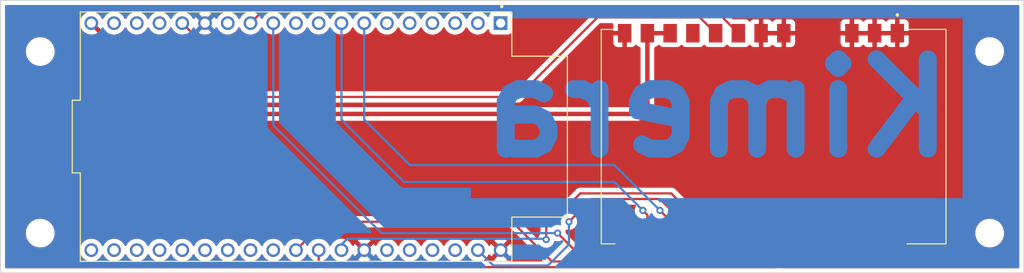
<source format=kicad_pcb>
(kicad_pcb (version 20211014) (generator pcbnew)
  (layers (0 "F.Cu" signal) (31 "B.Cu" signal) (34 "B.Paste" user) (35 "F.Paste" user) (36 "B.SilkS" user "B.Silkscreen") (37 "F.SilkS" user "F.Silkscreen") (38 "B.Mask" user) (39 "F.Mask" user) (44 "Edge.Cuts" user))
  (net 0 "")
  (net 7 "Net-(U1-Pad7)")
  (net 8 "Net-(U1-Pad8)")
  (net 11 "Net-(U1-Pad11)")
  (net 12 "Net-(U1-Pad12)")
  (net 14 "GND")
  (net 15 "Net-(U1-Pad15)")
  (net 19 "Net-(U1-Pad19)")
  (net 29 "Net-(U1-Pad29)")
  (net 30 "Net-(U1-Pad30)")
  (net 31 "Net-(U1-Pad31)")
  (net 36 "Net-(U1-Pad37)")
  (footprint "MountingHole:MountingHole_2.2mm_M2" (layer "F.Cu") (at 199.39 92.075)
    (fp_text reference "REF**" hide)
    (fp_text value "MountingHole_2.2mm_M2" hide)
    (pad "" np_thru_hole circle (at 0 0) (size 2.2 2.2) (drill 2.2) (layers *.Cu *.Mask))
  )
  (footprint "E22:XCVR_E22-900M30S" (layer "F.Cu") (at 175.26 101.6 90)
    (fp_text reference "U2" hide)
    (fp_text value "E22-900M30S")
    (fp_line (start 12 19.25) (end 12 14.895) (layer "F.SilkS") (width 0.127))
    (fp_line (start -12 19.25) (end -12 14.895) (layer "F.SilkS") (width 0.127))
    (fp_line (start -12 -19.25) (end 12 -19.25) (layer "F.SilkS") (width 0.127))
    (fp_line (start 12 -19.25) (end 12 -17.715) (layer "F.SilkS") (width 0.127))
    (fp_line (start -12 -17.715) (end -12 -19.25) (layer "F.SilkS") (width 0.127))
    (fp_line (start 12 19.25) (end -12 19.25) (layer "F.SilkS") (width 0.127))
    (fp_circle (center 13.615 13.82) (end 13.715 13.82) (layer "F.SilkS") (width 0.2) (fill none))
    (pad "1" smd rect locked (at 11.575 13.82 90) (size 2.08 1.51) (layers "F.Cu" "F.Paste" "F.Mask") (net 14 "GND"))
    (pad "2" smd rect locked (at 11.575 11.28 90) (size 2.08 1.51) (layers "F.Cu" "F.Paste" "F.Mask") (net 14 "GND"))
    (pad "3" smd rect locked (at 11.575 8.74 90) (size 2.08 1.51) (layers "F.Cu" "F.Paste" "F.Mask") (net 14 "GND"))
    (pad "4" smd rect locked (at 11.575 1.14 90) (size 2.08 1.51) (layers "F.Cu" "F.Paste" "F.Mask") (net 14 "GND"))
    (pad "5" smd rect locked (at 11.575 -1.4 90) (size 2.08 1.51) (layers "F.Cu" "F.Paste" "F.Mask") (net 14 "GND"))
    (pad "6" smd rect locked (at 11.575 -3.94 90) (size 2.08 1.51) (layers "F.Cu" "F.Paste" "F.Mask") (net 12 "Net-(U1-Pad12)"))
    (pad "7" smd rect locked (at 11.575 -6.48 90) (size 2.08 1.51) (layers "F.Cu" "F.Paste" "F.Mask") (net 15 "Net-(U1-Pad15)"))
    (pad "8" smd rect locked (at 11.575 -9.02 90) (size 2.08 1.51) (layers "F.Cu" "F.Paste" "F.Mask"))
    (pad "9" smd rect locked (at 11.575 -11.56 90) (size 2.08 1.51) (layers "F.Cu" "F.Paste" "F.Mask") (net 19 "Net-(U1-Pad19)"))
    (pad "10" smd rect locked (at 11.575 -14.1 90) (size 2.08 1.51) (layers "F.Cu" "F.Paste" "F.Mask") (net 19 "Net-(U1-Pad19)"))
    (pad "11" smd rect locked (at 11.575 -16.64 90) (size 2.08 1.51) (layers "F.Cu" "F.Paste" "F.Mask") (net 14 "GND"))
    (pad "12" smd rect locked (at -11.575 -16.64 90) (size 2.08 1.51) (layers "F.Cu" "F.Paste" "F.Mask") (net 14 "GND"))
    (pad "13" smd rect locked (at -11.575 -14.1 90) (size 2.08 1.51) (layers "F.Cu" "F.Paste" "F.Mask") (net 8 "Net-(U1-Pad8)"))
    (pad "14" smd rect locked (at -11.575 -11.56 90) (size 2.08 1.51) (layers "F.Cu" "F.Paste" "F.Mask") (net 7 "Net-(U1-Pad7)"))
    (pad "15" smd rect locked (at -11.575 -9.02 90) (size 2.08 1.51) (layers "F.Cu" "F.Paste" "F.Mask") (net 36 "Net-(U1-Pad37)"))
    (pad "16" smd rect locked (at -11.575 -6.48 90) (size 2.08 1.51) (layers "F.Cu" "F.Paste" "F.Mask") (net 31 "Net-(U1-Pad31)"))
    (pad "17" smd rect locked (at -11.575 -3.94 90) (size 2.08 1.51) (layers "F.Cu" "F.Paste" "F.Mask") (net 11 "Net-(U1-Pad11)"))
    (pad "18" smd rect locked (at -11.575 -1.4 90) (size 2.08 1.51) (layers "F.Cu" "F.Paste" "F.Mask") (net 29 "Net-(U1-Pad29)"))
    (pad "19" smd rect locked (at -11.575 1.14 90) (size 2.08 1.51) (layers "F.Cu" "F.Paste" "F.Mask") (net 30 "Net-(U1-Pad30)"))
    (pad "20" smd rect locked (at -11.575 8.74 90) (size 2.08 1.51) (layers "F.Cu" "F.Paste" "F.Mask") (net 14 "GND"))
    (pad "21" smd rect locked (at -11.575 11.28 90) (size 2.08 1.51) (layers "F.Cu" "F.Paste" "F.Mask"))
    (pad "22" smd rect locked (at -11.575 13.82 90) (size 2.08 1.51) (layers "F.Cu" "F.Paste" "F.Mask") (net 14 "GND"))
  )
  (footprint "MountingHole:MountingHole_2.2mm_M2" (layer "F.Cu") (at 93.345 112.395)
    (fp_text reference "REF**" hide)
    (fp_text value "MountingHole_2.2mm_M2" hide)
    (pad "" np_thru_hole circle (at 0 0) (size 2.2 2.2) (drill 2.2) (layers *.Cu *.Mask))
  )
  (footprint "MountingHole:MountingHole_2.2mm_M2" (layer "F.Cu") (at 199.39 112.395)
    (fp_text reference "REF**" hide)
    (fp_text value "MountingHole_2.2mm_M2" hide)
    (pad "" np_thru_hole circle (at 0 0) (size 2.2 2.2) (drill 2.2) (layers *.Cu *.Mask))
  )
  (footprint "MountingHole:MountingHole_2.2mm_M2" (layer "F.Cu") (at 93.345 92.075)
    (fp_text reference "REF**" hide)
    (fp_text value "MountingHole_2.2mm_M2" hide)
    (pad "" np_thru_hole circle (at 0 0) (size 2.2 2.2) (drill 2.2) (layers *.Cu *.Mask))
  )
  (footprint "ESP32-DEVKITC:MODULE_ESP32-DEVKITC" (layer "F.Cu") (at 121.92 101.6 -90)
    (fp_text reference "U1" hide)
    (fp_text value "ESP32-DEVKITC")
    (fp_line (start -9 -24.1) (end -13.95 -24.1) (layer "F.SilkS") (width 0.127))
    (fp_line (start 4.06 24.1) (end 13.95 24.1) (layer "F.SilkS") (width 0.127))
    (fp_line (start 9 -30.3) (end 9 -24.1) (layer "F.SilkS") (width 0.127))
    (fp_line (start -4.07 24.1) (end -4.07 25) (layer "F.SilkS") (width 0.127))
    (fp_line (start -9 -24.1) (end -9 -30.3) (layer "F.SilkS") (width 0.127))
    (fp_line (start 13.95 -24.1) (end 9 -24.1) (layer "F.SilkS") (width 0.127))
    (fp_line (start -9 -30.3) (end 9 -30.3) (layer "F.SilkS") (width 0.127))
    (fp_line (start -13.95 -24.1) (end -13.95 24.1) (layer "F.SilkS") (width 0.127))
    (fp_line (start 4.06 25) (end 4.06 24.1) (layer "F.SilkS") (width 0.127))
    (fp_line (start -13.95 24.1) (end -4.07 24.1) (layer "F.SilkS") (width 0.127))
    (fp_line (start -4.07 25) (end 4.06 25) (layer "F.SilkS") (width 0.127))
    (fp_line (start 13.95 24.1) (end 13.95 -24.1) (layer "F.SilkS") (width 0.127))
    (fp_circle (center -14.57 -22.97) (end -14.47 -22.97) (layer "F.SilkS") (width 0.2) (fill none))
    (pad "1" thru_hole rect locked (at -12.7 -22.85 270) (size 1.53 1.53) (drill 1.02) (layers *.Cu *.Mask))
    (pad "2" thru_hole circle locked (at -12.7 -20.31 270) (size 1.53 1.53) (drill 1.02) (layers *.Cu *.Mask))
    (pad "3" thru_hole circle locked (at -12.7 -17.77 270) (size 1.53 1.53) (drill 1.02) (layers *.Cu *.Mask))
    (pad "4" thru_hole circle locked (at -12.7 -15.23 270) (size 1.53 1.53) (drill 1.02) (layers *.Cu *.Mask))
    (pad "5" thru_hole circle locked (at -12.7 -12.69 270) (size 1.53 1.53) (drill 1.02) (layers *.Cu *.Mask))
    (pad "6" thru_hole circle locked (at -12.7 -10.15 270) (size 1.53 1.53) (drill 1.02) (layers *.Cu *.Mask))
    (pad "7" thru_hole circle locked (at -12.7 -7.61 270) (size 1.53 1.53) (drill 1.02) (layers *.Cu *.Mask) (net 7 "Net-(U1-Pad7)"))
    (pad "8" thru_hole circle locked (at -12.7 -5.07 270) (size 1.53 1.53) (drill 1.02) (layers *.Cu *.Mask) (net 8 "Net-(U1-Pad8)"))
    (pad "9" thru_hole circle locked (at -12.7 -2.53 270) (size 1.53 1.53) (drill 1.02) (layers *.Cu *.Mask))
    (pad "10" thru_hole circle locked (at -12.7 0.01 270) (size 1.53 1.53) (drill 1.02) (layers *.Cu *.Mask))
    (pad "11" thru_hole circle locked (at -12.7 2.55 270) (size 1.53 1.53) (drill 1.02) (layers *.Cu *.Mask) (net 11 "Net-(U1-Pad11)"))
    (pad "12" thru_hole circle locked (at -12.7 5.09 270) (size 1.53 1.53) (drill 1.02) (layers *.Cu *.Mask) (net 12 "Net-(U1-Pad12)"))
    (pad "13" thru_hole circle locked (at -12.7 7.63 270) (size 1.53 1.53) (drill 1.02) (layers *.Cu *.Mask))
    (pad "14" thru_hole circle locked (at -12.7 10.17 270) (size 1.53 1.53) (drill 1.02) (layers *.Cu *.Mask) (net 14 "GND"))
    (pad "15" thru_hole circle locked (at -12.7 12.71 270) (size 1.53 1.53) (drill 1.02) (layers *.Cu *.Mask) (net 15 "Net-(U1-Pad15)"))
    (pad "16" thru_hole circle locked (at -12.7 15.25 270) (size 1.53 1.53) (drill 1.02) (layers *.Cu *.Mask))
    (pad "17" thru_hole circle locked (at -12.7 17.79 270) (size 1.53 1.53) (drill 1.02) (layers *.Cu *.Mask))
    (pad "18" thru_hole circle locked (at -12.7 20.33 270) (size 1.53 1.53) (drill 1.02) (layers *.Cu *.Mask))
    (pad "19" thru_hole circle locked (at -12.7 22.87 270) (size 1.53 1.53) (drill 1.02) (layers *.Cu *.Mask) (net 19 "Net-(U1-Pad19)"))
    (pad "20" thru_hole circle locked (at 12.7 22.87 270) (size 1.53 1.53) (drill 1.02) (layers *.Cu *.Mask))
    (pad "21" thru_hole circle locked (at 12.7 20.33 270) (size 1.53 1.53) (drill 1.02) (layers *.Cu *.Mask))
    (pad "22" thru_hole circle locked (at 12.7 17.79 270) (size 1.53 1.53) (drill 1.02) (layers *.Cu *.Mask))
    (pad "23" thru_hole circle locked (at 12.7 15.25 270) (size 1.53 1.53) (drill 1.02) (layers *.Cu *.Mask))
    (pad "24" thru_hole circle locked (at 12.7 12.71 270) (size 1.53 1.53) (drill 1.02) (layers *.Cu *.Mask))
    (pad "25" thru_hole circle locked (at 12.7 10.17 270) (size 1.53 1.53) (drill 1.02) (layers *.Cu *.Mask))
    (pad "26" thru_hole circle locked (at 12.7 7.63 270) (size 1.53 1.53) (drill 1.02) (layers *.Cu *.Mask))
    (pad "27" thru_hole circle locked (at 12.7 5.09 270) (size 1.53 1.53) (drill 1.02) (layers *.Cu *.Mask))
    (pad "28" thru_hole circle locked (at 12.7 2.55 270) (size 1.53 1.53) (drill 1.02) (layers *.Cu *.Mask))
    (pad "29" thru_hole circle locked (at 12.7 0.01 270) (size 1.53 1.53) (drill 1.02) (layers *.Cu *.Mask) (net 29 "Net-(U1-Pad29)"))
    (pad "30" thru_hole circle locked (at 12.7 -2.53 270) (size 1.53 1.53) (drill 1.02) (layers *.Cu *.Mask) (net 30 "Net-(U1-Pad30)"))
    (pad "31" thru_hole circle locked (at 12.7 -5.07 270) (size 1.53 1.53) (drill 1.02) (layers *.Cu *.Mask) (net 31 "Net-(U1-Pad31)"))
    (pad "32" thru_hole circle locked (at 12.7 -7.61 270) (size 1.53 1.53) (drill 1.02) (layers *.Cu *.Mask) (net 14 "GND"))
    (pad "33" thru_hole circle locked (at 12.7 -10.15 270) (size 1.53 1.53) (drill 1.02) (layers *.Cu *.Mask))
    (pad "34" thru_hole circle locked (at 12.7 -12.69 270) (size 1.53 1.53) (drill 1.02) (layers *.Cu *.Mask))
    (pad "35" thru_hole circle locked (at 12.7 -15.23 270) (size 1.53 1.53) (drill 1.02) (layers *.Cu *.Mask))
    (pad "36" thru_hole circle locked (at 12.7 -17.77 270) (size 1.53 1.53) (drill 1.02) (layers *.Cu *.Mask))
    (pad "37" thru_hole circle locked (at 12.7 -20.31 270) (size 1.53 1.53) (drill 1.02) (layers *.Cu *.Mask) (net 36 "Net-(U1-Pad37)"))
    (pad "38" thru_hole circle locked (at 12.7 -22.85 270) (size 1.53 1.53) (drill 1.02) (layers *.Cu *.Mask) (net 14 "GND"))
  )
  (gr_rect (start 88.9 86.36) (end 203.2 116.84) (layer "Edge.Cuts") (width 0.1) (fill none))
  (gr_text "Kimera" (at 168.91 98.425) (layer "B.Cu") (effects (font (size 10 10) (thickness 2)) (justify mirror)))
  (segment (start 163.7 110.995) (end 162.56 109.855) (width 0.25) (layer "F.Cu") (net 7))
  (segment (start 163.7 113.175) (end 163.7 110.995) (width 0.25) (layer "F.Cu") (net 7))
  (via (at 162.56 109.855) (size 0.8) (drill 0.4) (layers "F.Cu" "B.Cu") (net 7))
  (segment (start 129.53 99.685) (end 129.53 88.9) (width 0.25) (layer "B.Cu") (net 7))
  (segment (start 162.56 109.855) (end 157.48 104.775) (width 0.25) (layer "B.Cu") (net 7))
  (segment (start 134.62 104.775) (end 129.53 99.685) (width 0.25) (layer "B.Cu") (net 7))
  (segment (start 157.48 104.775) (end 134.62 104.775) (width 0.25) (layer "B.Cu") (net 7))
  (segment (start 161.16 113.175) (end 161.16 110.36) (width 0.25) (layer "F.Cu") (net 8))
  (segment (start 161.16 110.36) (end 160.655 109.855) (width 0.25) (layer "F.Cu") (net 8))
  (via (at 160.655 109.855) (size 0.8) (drill 0.4) (layers "F.Cu" "B.Cu") (net 8))
  (segment (start 126.99 88.9) (end 126.99 99.685) (width 0.25) (layer "B.Cu") (net 8))
  (segment (start 133.985 106.68) (end 157.48 106.68) (width 0.25) (layer "B.Cu") (net 8))
  (segment (start 126.99 99.685) (end 133.985 106.68) (width 0.25) (layer "B.Cu") (net 8))
  (segment (start 157.48 106.68) (end 160.655 109.855) (width 0.25) (layer "B.Cu") (net 8))
  (segment (start 151.13 112.395) (end 153.67 114.935) (width 0.25) (layer "F.Cu") (net 11))
  (segment (start 153.67 114.935) (end 170.815 114.935) (width 0.25) (layer "F.Cu") (net 11))
  (segment (start 170.815 114.935) (end 171.32 114.43) (width 0.25) (layer "F.Cu") (net 11))
  (segment (start 171.32 114.43) (end 171.32 113.175) (width 0.25) (layer "F.Cu") (net 11))
  (via (at 151.13 112.395) (size 0.8) (drill 0.4) (layers "F.Cu" "B.Cu") (net 11))
  (segment (start 131.445 112.395) (end 150.495 112.395) (width 0.25) (layer "B.Cu") (net 11))
  (segment (start 119.37 100.32) (end 130.81 111.76) (width 0.25) (layer "B.Cu") (net 11))
  (segment (start 150.495 112.395) (end 151.13 112.395) (width 0.25) (layer "B.Cu") (net 11))
  (segment (start 130.81 111.76) (end 131.445 112.395) (width 0.25) (layer "B.Cu") (net 11))
  (segment (start 119.37 88.9) (end 119.37 100.32) (width 0.25) (layer "B.Cu") (net 11))
  (segment (start 118.735 86.995) (end 168.29 86.995) (width 0.25) (layer "F.Cu") (net 12))
  (segment (start 116.83 88.9) (end 118.735 86.995) (width 0.25) (layer "F.Cu") (net 12))
  (segment (start 168.29 86.995) (end 171.32 90.025) (width 0.25) (layer "F.Cu") (net 12))
  (segment (start 167.02 88.265) (end 168.78 90.025) (width 0.25) (layer "F.Cu") (net 15))
  (segment (start 155.575 88.265) (end 167.02 88.265) (width 0.25) (layer "F.Cu") (net 15))
  (segment (start 146.685 97.155) (end 155.575 88.265) (width 0.25) (layer "F.Cu") (net 15))
  (segment (start 117.465 97.155) (end 146.685 97.155) (width 0.25) (layer "F.Cu") (net 15))
  (segment (start 109.21 88.9) (end 117.465 97.155) (width 0.25) (layer "F.Cu") (net 15))
  (segment (start 99.05 88.9) (end 109.21 99.06) (width 0.5) (layer "F.Cu") (net 19))
  (segment (start 109.21 99.06) (end 160.02 99.06) (width 0.5) (layer "F.Cu") (net 19))
  (segment (start 160.02 99.06) (end 161.16 97.92) (width 0.5) (layer "F.Cu") (net 19))
  (segment (start 161.16 90.025) (end 163.7 90.025) (width 0.5) (layer "F.Cu") (net 19))
  (segment (start 161.16 97.92) (end 161.16 90.025) (width 0.5) (layer "F.Cu") (net 19))
  (segment (start 150.495 115.57) (end 146.05 111.125) (width 0.25) (layer "F.Cu") (net 29))
  (segment (start 171.465 115.57) (end 150.495 115.57) (width 0.25) (layer "F.Cu") (net 29))
  (segment (start 146.05 111.125) (end 125.085 111.125) (width 0.25) (layer "F.Cu") (net 29))
  (segment (start 173.86 113.175) (end 171.465 115.57) (width 0.25) (layer "F.Cu") (net 29))
  (segment (start 125.085 111.125) (end 121.91 114.3) (width 0.25) (layer "F.Cu") (net 29))
  (segment (start 175.26 116.205) (end 176.4 115.065) (width 0.25) (layer "F.Cu") (net 30))
  (segment (start 125.095 116.205) (end 175.26 116.205) (width 0.25) (layer "F.Cu") (net 30))
  (segment (start 176.4 115.065) (end 176.4 113.175) (width 0.25) (layer "F.Cu") (net 30))
  (segment (start 124.45 114.3) (end 124.45 115.56) (width 0.25) (layer "F.Cu") (net 30))
  (segment (start 124.45 115.56) (end 125.095 116.205) (width 0.25) (layer "F.Cu") (net 30))
  (segment (start 163.83 107.95) (end 168.78 112.9) (width 0.25) (layer "F.Cu") (net 31))
  (segment (start 149.86 111.76) (end 153.67 107.95) (width 0.25) (layer "F.Cu") (net 31))
  (segment (start 168.78 112.9) (end 168.78 113.175) (width 0.25) (layer "F.Cu") (net 31))
  (segment (start 153.67 107.95) (end 163.83 107.95) (width 0.25) (layer "F.Cu") (net 31))
  (segment (start 149.86 113.1195) (end 149.86 111.76) (width 0.25) (layer "F.Cu") (net 31))
  (via (at 149.86 113.1195) (size 0.8) (drill 0.4) (layers "F.Cu" "B.Cu") (net 31))
  (segment (start 149.86 113.03) (end 149.86 113.1195) (width 0.25) (layer "B.Cu") (net 31))
  (segment (start 126.99 113.675) (end 127.635 113.03) (width 0.25) (layer "B.Cu") (net 31))
  (segment (start 127.635 113.03) (end 149.86 113.03) (width 0.25) (layer "B.Cu") (net 31))
  (segment (start 126.99 114.3) (end 126.99 113.675) (width 0.25) (layer "B.Cu") (net 31))
  (segment (start 154.94 108.585) (end 152.4 111.125) (width 0.25) (layer "F.Cu") (net 36))
  (segment (start 166.24 113.175) (end 166.24 112.265) (width 0.25) (layer "F.Cu") (net 36))
  (segment (start 162.56 108.585) (end 154.94 108.585) (width 0.25) (layer "F.Cu") (net 36))
  (segment (start 166.24 112.265) (end 162.56 108.585) (width 0.25) (layer "F.Cu") (net 36))
  (via (at 152.4 111.125) (size 0.8) (drill 0.4) (layers "F.Cu" "B.Cu") (net 36))
  (segment (start 143.95 116.02) (end 142.23 114.3) (width 0.25) (layer "B.Cu") (net 36))
  (segment (start 152.4 111.125) (end 152.4 113.666396) (width 0.25) (layer "B.Cu") (net 36))
  (segment (start 152.4 113.666396) (end 150.046396 116.02) (width 0.25) (layer "B.Cu") (net 36))
  (segment (start 150.046396 116.02) (end 143.95 116.02) (width 0.25) (layer "B.Cu") (net 36))
  (zone (net 14) (net_name "GND") (layers F&B.Cu) (connect_pads (clearance 0.508)) (min_thickness 0.254) (fill yes (thermal_gap 0.508) (thermal_bridge_width 0.508))
    (polygon (pts (xy 203.2 116.84) (xy 88.9 116.84) (xy 88.9 86.36) (xy 203.2 86.36)))
  )
)
</source>
